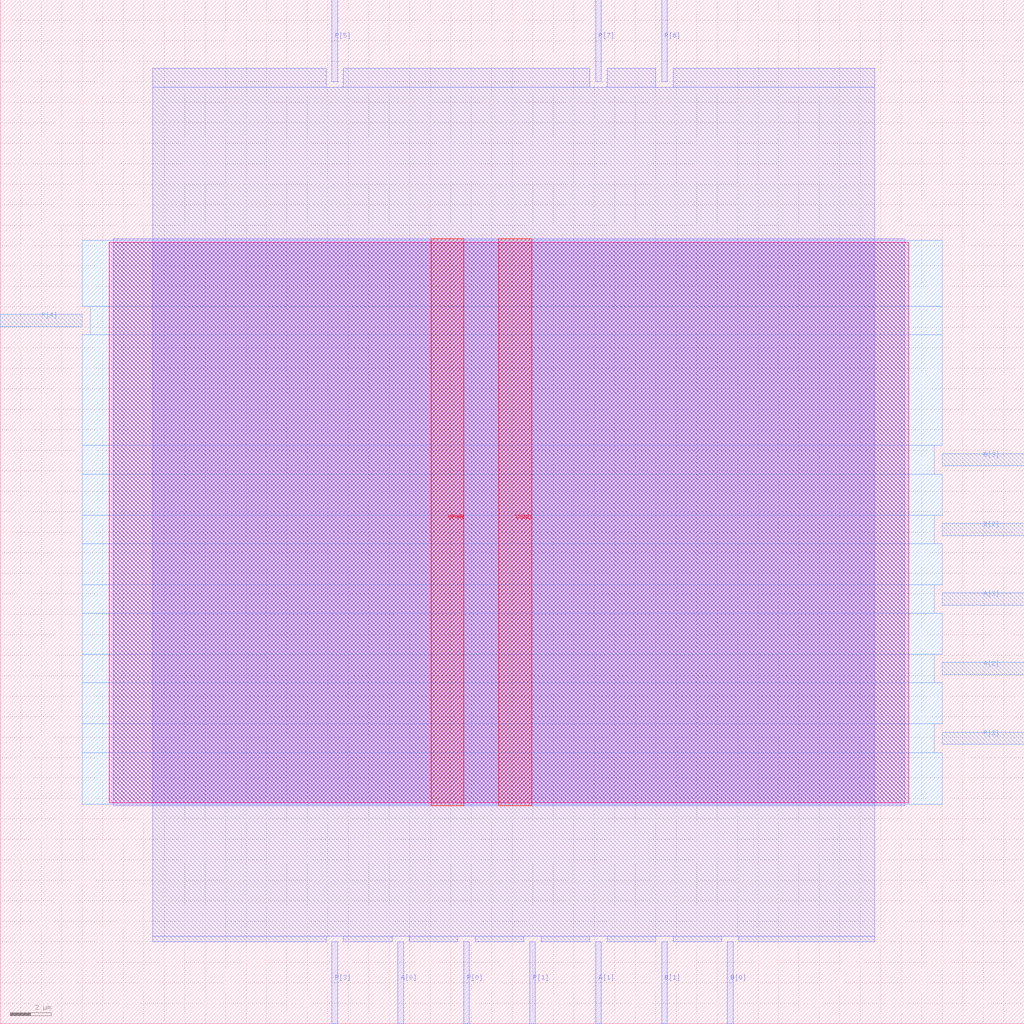
<source format=lef>
VERSION 5.7 ;
  NOWIREEXTENSIONATPIN ON ;
  DIVIDERCHAR "/" ;
  BUSBITCHARS "[]" ;
MACRO mult4_SARSA_RUIDO_e9_SARSA_RUIDO_e9_SarsaNada_e6_SARSA_RUIDO_e9
  CLASS BLOCK ;
  FOREIGN mult4_SARSA_RUIDO_e9_SARSA_RUIDO_e9_SarsaNada_e6_SARSA_RUIDO_e9 ;
  ORIGIN 0.000 0.000 ;
  SIZE 50.000 BY 50.000 ;
  PIN A[0]
    DIRECTION INPUT ;
    USE SIGNAL ;
    ANTENNAGATEAREA 0.196500 ;
    PORT
      LAYER met2 ;
        RECT 19.410 0.000 19.690 4.000 ;
    END
  END A[0]
  PIN A[1]
    DIRECTION INPUT ;
    USE SIGNAL ;
    ANTENNAGATEAREA 0.196500 ;
    PORT
      LAYER met2 ;
        RECT 29.070 0.000 29.350 4.000 ;
    END
  END A[1]
  PIN A[2]
    DIRECTION INPUT ;
    USE SIGNAL ;
    ANTENNAGATEAREA 0.126000 ;
    PORT
      LAYER met3 ;
        RECT 46.000 17.040 50.000 17.640 ;
    END
  END A[2]
  PIN A[3]
    DIRECTION INPUT ;
    USE SIGNAL ;
    ANTENNAGATEAREA 0.126000 ;
    PORT
      LAYER met3 ;
        RECT 46.000 20.440 50.000 21.040 ;
    END
  END A[3]
  PIN B[0]
    DIRECTION INPUT ;
    USE SIGNAL ;
    ANTENNAGATEAREA 0.196500 ;
    PORT
      LAYER met2 ;
        RECT 35.510 0.000 35.790 4.000 ;
    END
  END B[0]
  PIN B[1]
    DIRECTION INPUT ;
    USE SIGNAL ;
    ANTENNAGATEAREA 0.213000 ;
    PORT
      LAYER met2 ;
        RECT 32.290 0.000 32.570 4.000 ;
    END
  END B[1]
  PIN B[2]
    DIRECTION INPUT ;
    USE SIGNAL ;
    ANTENNAGATEAREA 0.196500 ;
    PORT
      LAYER met3 ;
        RECT 46.000 23.840 50.000 24.440 ;
    END
  END B[2]
  PIN B[3]
    DIRECTION INPUT ;
    USE SIGNAL ;
    ANTENNAGATEAREA 0.213000 ;
    PORT
      LAYER met3 ;
        RECT 46.000 27.240 50.000 27.840 ;
    END
  END B[3]
  PIN P[0]
    DIRECTION OUTPUT ;
    USE SIGNAL ;
    ANTENNADIFFAREA 0.445500 ;
    PORT
      LAYER met2 ;
        RECT 22.630 0.000 22.910 4.000 ;
    END
  END P[0]
  PIN P[1]
    DIRECTION OUTPUT ;
    USE SIGNAL ;
    ANTENNADIFFAREA 0.445500 ;
    PORT
      LAYER met2 ;
        RECT 25.850 0.000 26.130 4.000 ;
    END
  END P[1]
  PIN P[2]
    DIRECTION OUTPUT ;
    USE SIGNAL ;
    ANTENNADIFFAREA 0.445500 ;
    PORT
      LAYER met3 ;
        RECT 46.000 13.640 50.000 14.240 ;
    END
  END P[2]
  PIN P[3]
    DIRECTION OUTPUT ;
    USE SIGNAL ;
    ANTENNADIFFAREA 0.445500 ;
    PORT
      LAYER met2 ;
        RECT 16.190 0.000 16.470 4.000 ;
    END
  END P[3]
  PIN P[4]
    DIRECTION OUTPUT ;
    USE SIGNAL ;
    ANTENNADIFFAREA 0.445500 ;
    PORT
      LAYER met3 ;
        RECT 0.000 34.040 4.000 34.640 ;
    END
  END P[4]
  PIN P[5]
    DIRECTION OUTPUT ;
    USE SIGNAL ;
    ANTENNADIFFAREA 0.445500 ;
    PORT
      LAYER met2 ;
        RECT 16.190 46.000 16.470 50.000 ;
    END
  END P[5]
  PIN P[6]
    DIRECTION OUTPUT ;
    USE SIGNAL ;
    ANTENNADIFFAREA 0.445500 ;
    PORT
      LAYER met2 ;
        RECT 32.290 46.000 32.570 50.000 ;
    END
  END P[6]
  PIN P[7]
    DIRECTION OUTPUT ;
    USE SIGNAL ;
    ANTENNADIFFAREA 0.445500 ;
    PORT
      LAYER met2 ;
        RECT 29.070 46.000 29.350 50.000 ;
    END
  END P[7]
  PIN VGND
    DIRECTION INOUT ;
    USE GROUND ;
    PORT
      LAYER met4 ;
        RECT 24.340 10.640 25.940 38.320 ;
    END
  END VGND
  PIN VPWR
    DIRECTION INOUT ;
    USE POWER ;
    PORT
      LAYER met4 ;
        RECT 21.040 10.640 22.640 38.320 ;
    END
  END VPWR
  OBS
      LAYER nwell ;
        RECT 5.330 10.795 44.350 38.165 ;
      LAYER li1 ;
        RECT 5.520 10.795 44.160 38.165 ;
      LAYER met1 ;
        RECT 5.520 10.640 44.160 38.320 ;
      LAYER met2 ;
        RECT 7.450 45.720 15.910 46.650 ;
        RECT 16.750 45.720 28.790 46.650 ;
        RECT 29.630 45.720 32.010 46.650 ;
        RECT 32.850 45.720 42.690 46.650 ;
        RECT 7.450 4.280 42.690 45.720 ;
        RECT 7.450 4.000 15.910 4.280 ;
        RECT 16.750 4.000 19.130 4.280 ;
        RECT 19.970 4.000 22.350 4.280 ;
        RECT 23.190 4.000 25.570 4.280 ;
        RECT 26.410 4.000 28.790 4.280 ;
        RECT 29.630 4.000 32.010 4.280 ;
        RECT 32.850 4.000 35.230 4.280 ;
        RECT 36.070 4.000 42.690 4.280 ;
      LAYER met3 ;
        RECT 4.000 35.040 46.000 38.245 ;
        RECT 4.400 33.640 46.000 35.040 ;
        RECT 4.000 28.240 46.000 33.640 ;
        RECT 4.000 26.840 45.600 28.240 ;
        RECT 4.000 24.840 46.000 26.840 ;
        RECT 4.000 23.440 45.600 24.840 ;
        RECT 4.000 21.440 46.000 23.440 ;
        RECT 4.000 20.040 45.600 21.440 ;
        RECT 4.000 18.040 46.000 20.040 ;
        RECT 4.000 16.640 45.600 18.040 ;
        RECT 4.000 14.640 46.000 16.640 ;
        RECT 4.000 13.240 45.600 14.640 ;
        RECT 4.000 10.715 46.000 13.240 ;
  END
END mult4_SARSA_RUIDO_e9_SARSA_RUIDO_e9_SarsaNada_e6_SARSA_RUIDO_e9
END LIBRARY


</source>
